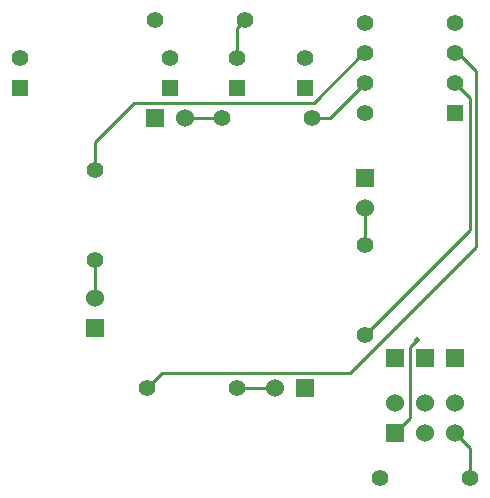
<source format=gbl>
G04 (created by PCBNEW (2013-07-07 BZR 4022)-stable) date 12/16/2014 6:17:28 PM*
%MOIN*%
G04 Gerber Fmt 3.4, Leading zero omitted, Abs format*
%FSLAX34Y34*%
G01*
G70*
G90*
G04 APERTURE LIST*
%ADD10C,0.00590551*%
%ADD11C,0.055*%
%ADD12R,0.06X0.06*%
%ADD13C,0.06*%
%ADD14R,0.055X0.055*%
%ADD15C,0.02*%
%ADD16C,0.01*%
G04 APERTURE END LIST*
G54D10*
G54D11*
X78750Y-56000D03*
X75750Y-56000D03*
X83000Y-51250D03*
X83000Y-54250D03*
X78250Y-47000D03*
X81250Y-47000D03*
X74000Y-51750D03*
X74000Y-48750D03*
X83500Y-59000D03*
X86500Y-59000D03*
X76000Y-43750D03*
X79000Y-43750D03*
G54D12*
X84000Y-57500D03*
G54D13*
X84000Y-56500D03*
X85000Y-57500D03*
X85000Y-56500D03*
X86000Y-57500D03*
X86000Y-56500D03*
G54D12*
X83000Y-49000D03*
G54D13*
X83000Y-50000D03*
G54D12*
X76000Y-47000D03*
G54D13*
X77000Y-47000D03*
G54D12*
X74000Y-54000D03*
G54D13*
X74000Y-53000D03*
G54D12*
X81000Y-56000D03*
G54D13*
X80000Y-56000D03*
G54D12*
X85000Y-55000D03*
X86000Y-55000D03*
X84000Y-55000D03*
G54D14*
X78750Y-46000D03*
G54D11*
X78750Y-45000D03*
G54D14*
X76500Y-46000D03*
G54D11*
X76500Y-45000D03*
G54D14*
X71500Y-46000D03*
G54D11*
X71500Y-45000D03*
G54D14*
X81000Y-46000D03*
G54D11*
X81000Y-45000D03*
G54D14*
X86000Y-46850D03*
G54D11*
X86000Y-45850D03*
X86000Y-44850D03*
X86000Y-43850D03*
X83000Y-43850D03*
X83000Y-44850D03*
X83000Y-45850D03*
X83000Y-46850D03*
G54D15*
X84750Y-54400D03*
G54D16*
X83000Y-51250D02*
X83000Y-50000D01*
X78250Y-47000D02*
X77000Y-47000D01*
X74000Y-51750D02*
X74000Y-53000D01*
X86500Y-59000D02*
X86500Y-58000D01*
X86500Y-58000D02*
X86000Y-57500D01*
X83000Y-55000D02*
X82500Y-55500D01*
X76250Y-55500D02*
X75750Y-56000D01*
X82500Y-55500D02*
X76250Y-55500D01*
X86700Y-51300D02*
X86700Y-50500D01*
X83000Y-55000D02*
X86700Y-51300D01*
X86000Y-44850D02*
X86100Y-44850D01*
X86100Y-44850D02*
X86700Y-45450D01*
X86700Y-45450D02*
X86700Y-50500D01*
X86500Y-50250D02*
X86500Y-50750D01*
X86500Y-50750D02*
X83000Y-54250D01*
X86000Y-45850D02*
X86500Y-46350D01*
X86500Y-46350D02*
X86500Y-50250D01*
X81250Y-47000D02*
X81850Y-47000D01*
X81850Y-47000D02*
X83000Y-45850D01*
X83000Y-44850D02*
X82950Y-44850D01*
X74000Y-47800D02*
X74000Y-48750D01*
X75300Y-46500D02*
X74000Y-47800D01*
X81300Y-46500D02*
X75300Y-46500D01*
X82950Y-44850D02*
X81300Y-46500D01*
X84500Y-57000D02*
X84000Y-57500D01*
X84500Y-54650D02*
X84500Y-57000D01*
X84750Y-54400D02*
X84500Y-54650D01*
X78750Y-56000D02*
X80000Y-56000D01*
X78750Y-45000D02*
X78750Y-44000D01*
X78750Y-44000D02*
X79000Y-43750D01*
M02*

</source>
